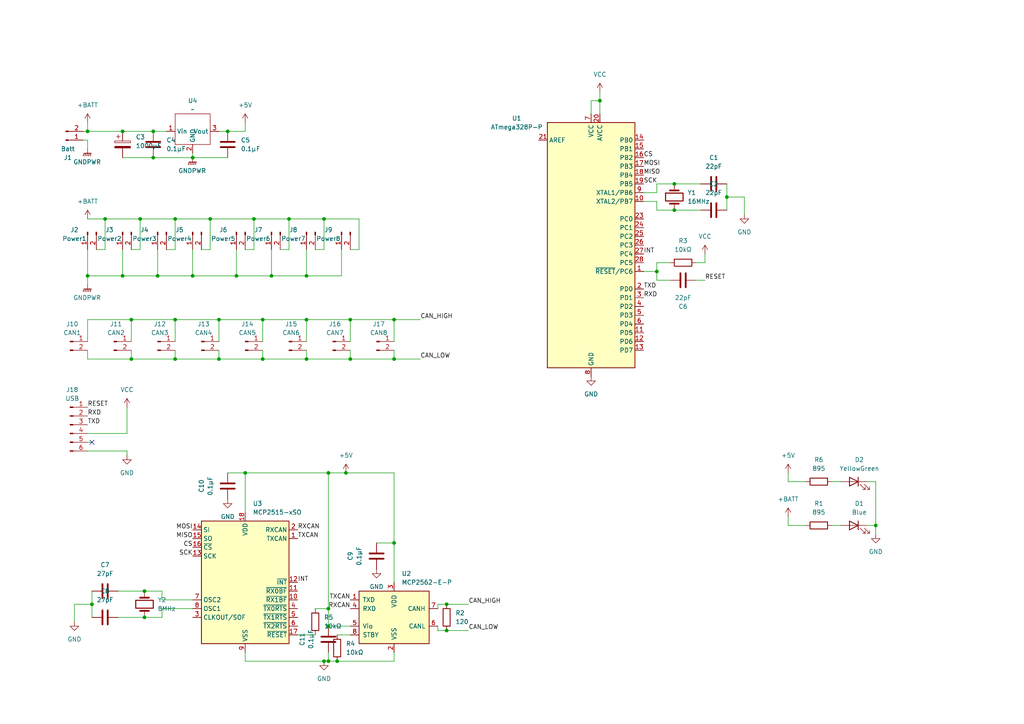
<source format=kicad_sch>
(kicad_sch (version 20231120) (generator "eeschema") (generator_version "8.0")
  (paper "A4")
  (lib_symbols
    (symbol "00_NIT_Hakodate_LIB:+5V" (power) (pin_names (offset 0))
      (property "Value" "+5V" (at 0 3.556 0))
      (symbol "+5V_0_1"
        (polyline (pts (xy -0.762 1.27) (xy 0 2.54)))
        (polyline (pts (xy 0 0) (xy 0 2.54)))
        (polyline (pts (xy 0 2.54) (xy 0.762 1.27)))
      )
      (symbol "+5V_1_1"
        (pin power_in line (at 0 0 90) (length 0) hide (name "+5V") (number "1"))
      )
    )
    (symbol "00_NIT_Hakodate_LIB:+BATT" (power) (pin_names (offset 0))
      (property "Value" "+BATT" (at 0 3.556 0))
      (symbol "+BATT_0_1"
        (polyline (pts (xy -0.762 1.27) (xy 0 2.54)))
        (polyline (pts (xy 0 0) (xy 0 2.54)))
        (polyline (pts (xy 0 2.54) (xy 0.762 1.27)))
      )
      (symbol "+BATT_1_1"
        (pin power_in line (at 0 0 90) (length 0) hide (name "+BATT") (number "1"))
      )
    )
    (symbol "00_NIT_Hakodate_LIB:GND" (power) (pin_names (offset 0))
      (property "Value" "GND" (at 0 -3.81 0))
      (symbol "GND_0_1"
        (polyline (pts (xy 0 0) (xy 0 -1.27) (xy 1.27 -1.27) (xy 0 -2.54) (xy -1.27 -1.27) (xy 0 -1.27)))
      )
      (symbol "GND_1_1"
        (pin power_in line (at 0 0 270) (length 0) hide (name "GND") (number "1"))
      )
    )
    (symbol "00_NIT_Hakodate_LIB:GNDPWR" (power) (pin_names (offset 0))
      (property "Value" "GNDPWR" (at 0 -3.302 0))
      (symbol "GNDPWR_0_1"
        (polyline (pts (xy 0 -1.27) (xy 0 0)))
        (polyline (pts (xy -1.016 -1.27) (xy -1.27 -2.032) (xy -1.27 -2.032)) (stroke (width 0.2032)))
        (polyline (pts (xy -0.508 -1.27) (xy -0.762 -2.032) (xy -0.762 -2.032)) (stroke (width 0.2032)))
        (polyline (pts (xy 0 -1.27) (xy -0.254 -2.032) (xy -0.254 -2.032)) (stroke (width 0.2032)))
        (polyline (pts (xy 0.508 -1.27) (xy 0.254 -2.032) (xy 0.254 -2.032)) (stroke (width 0.2032)))
        (polyline (pts (xy 1.016 -1.27) (xy -1.016 -1.27) (xy -1.016 -1.27)) (stroke (width 0.2032)))
        (polyline (pts (xy 1.016 -1.27) (xy 0.762 -2.032) (xy 0.762 -2.032) (xy 0.762 -2.032)) (stroke (width 0.2032)))
      )
      (symbol "GNDPWR_1_1"
        (pin power_in line (at 0 0 270) (length 0) hide (name "GNDPWR") (number "1"))
      )
    )
    (symbol "00_NIT_Hakodate_LIB:LED" (pin_numbers hide) (pin_names (offset 1.016) hide)
      (property "Reference" "D" (at 0 2.54 0))
      (property "Value" "LED" (at 0 -2.54 0))
      (symbol "LED_0_1"
        (polyline (pts (xy -1.27 -1.27) (xy -1.27 1.27)) (stroke (width 0.254)))
        (polyline (pts (xy -1.27 0) (xy 1.27 0)))
        (polyline (pts (xy 1.27 -1.27) (xy 1.27 1.27) (xy -1.27 0) (xy 1.27 -1.27)) (stroke (width 0.254)))
        (polyline (pts (xy -3.048 -0.762) (xy -4.572 -2.286) (xy -3.81 -2.286) (xy -4.572 -2.286) (xy -4.572 -1.524)))
        (polyline (pts (xy -1.778 -0.762) (xy -3.302 -2.286) (xy -2.54 -2.286) (xy -3.302 -2.286) (xy -3.302 -1.524)))
      )
      (symbol "LED_1_1"
        (pin passive line (at -3.81 0 0) (length 2.54) (name "K") (number "1"))
        (pin passive line (at 3.81 0 180) (length 2.54) (name "A") (number "2"))
      )
    )
    (symbol "00_NIT_Hakodate_LIB:VCC" (power) (pin_names (offset 0))
      (property "Value" "VCC" (at 0 3.81 0))
      (symbol "VCC_0_1"
        (polyline (pts (xy -0.762 1.27) (xy 0 2.54)))
        (polyline (pts (xy 0 0) (xy 0 2.54)))
        (polyline (pts (xy 0 2.54) (xy 0.762 1.27)))
      )
      (symbol "VCC_1_1"
        (pin power_in line (at 0 0 90) (length 0) hide (name "VCC") (number "1"))
      )
    )
    (symbol "Connector:Conn_01x02_Pin" (pin_names (offset 1.016) hide)
      (property "Reference" "J" (at 0 2.54 0))
      (property "Value" "Conn_01x02_Pin" (at 0 -5.08 0))
      (symbol "Conn_01x02_Pin_1_1"
        (polyline (pts (xy 1.27 -2.54) (xy 0.8636 -2.54)) (stroke (width 0.1524)))
        (polyline (pts (xy 1.27 0) (xy 0.8636 0)) (stroke (width 0.1524)))
        (rectangle (start 0.8636 -2.413) (end 0 -2.667) (stroke (width 0.1524)) (fill (type outline)))
        (rectangle (start 0.8636 0.127) (end 0 -0.127) (stroke (width 0.1524)) (fill (type outline)))
        (pin passive line (at 5.08 0 180) (length 3.81) (name "Pin_1") (number "1"))
        (pin passive line (at 5.08 -2.54 180) (length 3.81) (name "Pin_2") (number "2"))
      )
    )
    (symbol "Connector:Conn_01x06_Pin" (pin_names (offset 1.016) hide)
      (property "Reference" "J" (at 0 7.62 0))
      (property "Value" "Conn_01x06_Pin" (at 0 -10.16 0))
      (symbol "Conn_01x06_Pin_1_1"
        (polyline (pts (xy 1.27 -7.62) (xy 0.8636 -7.62)) (stroke (width 0.1524)))
        (polyline (pts (xy 1.27 -5.08) (xy 0.8636 -5.08)) (stroke (width 0.1524)))
        (polyline (pts (xy 1.27 -2.54) (xy 0.8636 -2.54)) (stroke (width 0.1524)))
        (polyline (pts (xy 1.27 0) (xy 0.8636 0)) (stroke (width 0.1524)))
        (polyline (pts (xy 1.27 2.54) (xy 0.8636 2.54)) (stroke (width 0.1524)))
        (polyline (pts (xy 1.27 5.08) (xy 0.8636 5.08)) (stroke (width 0.1524)))
        (rectangle (start 0.8636 -7.493) (end 0 -7.747) (stroke (width 0.1524)) (fill (type outline)))
        (rectangle (start 0.8636 -4.953) (end 0 -5.207) (stroke (width 0.1524)) (fill (type outline)))
        (rectangle (start 0.8636 -2.413) (end 0 -2.667) (stroke (width 0.1524)) (fill (type outline)))
        (rectangle (start 0.8636 0.127) (end 0 -0.127) (stroke (width 0.1524)) (fill (type outline)))
        (rectangle (start 0.8636 2.667) (end 0 2.413) (stroke (width 0.1524)) (fill (type outline)))
        (rectangle (start 0.8636 5.207) (end 0 4.953) (stroke (width 0.1524)) (fill (type outline)))
        (pin passive line (at 5.08 5.08 180) (length 3.81) (name "Pin_1") (number "1"))
        (pin passive line (at 5.08 2.54 180) (length 3.81) (name "Pin_2") (number "2"))
        (pin passive line (at 5.08 0 180) (length 3.81) (name "Pin_3") (number "3"))
        (pin passive line (at 5.08 -2.54 180) (length 3.81) (name "Pin_4") (number "4"))
        (pin passive line (at 5.08 -5.08 180) (length 3.81) (name "Pin_5") (number "5"))
        (pin passive line (at 5.08 -7.62 180) (length 3.81) (name "Pin_6") (number "6"))
      )
    )
    (symbol "Device:C" (pin_numbers hide) (pin_names (offset 0.254))
      (property "Reference" "C" (at 0.635 2.54 0))
      (property "Value" "C" (at 0.635 -2.54 0))
      (symbol "C_0_1"
        (polyline (pts (xy -2.032 -0.762) (xy 2.032 -0.762)) (stroke (width 0.508)))
        (polyline (pts (xy -2.032 0.762) (xy 2.032 0.762)) (stroke (width 0.508)))
      )
      (symbol "C_1_1"
        (pin passive line (at 0 3.81 270) (length 2.794) (name "~") (number "1"))
        (pin passive line (at 0 -3.81 90) (length 2.794) (name "~") (number "2"))
      )
    )
    (symbol "Device:C_Polarized" (pin_numbers hide) (pin_names (offset 0.254))
      (property "Reference" "C" (at 0.635 2.54 0))
      (property "Value" "C_Polarized" (at 0.635 -2.54 0))
      (symbol "C_Polarized_0_1"
        (rectangle (start -2.286 0.508) (end 2.286 1.016))
        (polyline (pts (xy -1.778 2.286) (xy -0.762 2.286)))
        (polyline (pts (xy -1.27 2.794) (xy -1.27 1.778)))
        (rectangle (start 2.286 -0.508) (end -2.286 -1.016) (fill (type outline)))
      )
      (symbol "C_Polarized_1_1"
        (pin passive line (at 0 3.81 270) (length 2.794) (name "~") (number "1"))
        (pin passive line (at 0 -3.81 90) (length 2.794) (name "~") (number "2"))
      )
    )
    (symbol "Device:Crystal" (pin_numbers hide) (pin_names (offset 1.016) hide)
      (property "Reference" "Y" (at 0 3.81 0))
      (property "Value" "Crystal" (at 0 -3.81 0))
      (symbol "Crystal_0_1"
        (rectangle (start -1.143 2.54) (end 1.143 -2.54) (stroke (width 0.3048)))
        (polyline (pts (xy -2.54 0) (xy -1.905 0)))
        (polyline (pts (xy -1.905 -1.27) (xy -1.905 1.27)) (stroke (width 0.508)))
        (polyline (pts (xy 1.905 -1.27) (xy 1.905 1.27)) (stroke (width 0.508)))
        (polyline (pts (xy 2.54 0) (xy 1.905 0)))
      )
      (symbol "Crystal_1_1"
        (pin passive line (at -3.81 0 0) (length 1.27) (name "1") (number "1"))
        (pin passive line (at 3.81 0 180) (length 1.27) (name "2") (number "2"))
      )
    )
    (symbol "Device:R" (pin_numbers hide) (pin_names (offset 0))
      (property "Reference" "R" (at 2.032 0 90))
      (property "Value" "R" (at 0 0 90))
      (symbol "R_0_1"
        (rectangle (start -1.016 -2.54) (end 1.016 2.54) (stroke (width 0.254)))
      )
      (symbol "R_1_1"
        (pin passive line (at 0 3.81 270) (length 1.27) (name "~") (number "1"))
        (pin passive line (at 0 -3.81 90) (length 1.27) (name "~") (number "2"))
      )
    )
    (symbol "Interface_CAN_LIN:MCP2515-xSO"
      (property "Reference" "U" (at -10.16 19.685 0))
      (property "Value" "MCP2515-xSO" (at 19.05 20.32 0))
      (symbol "MCP2515-xSO_0_1"
        (rectangle (start -12.7 17.78) (end 12.7 -17.78) (stroke (width 0.254)) (fill (type background)))
      )
      (symbol "MCP2515-xSO_1_1"
        (pin output line (at 15.24 12.7 180) (length 2.54) (name "TXCAN") (number "1"))
        (pin output line (at 15.24 -5.08 180) (length 2.54) (name "~{RX1BF}") (number "10"))
        (pin output line (at 15.24 -2.54 180) (length 2.54) (name "~{RX0BF}") (number "11"))
        (pin output line (at 15.24 0 180) (length 2.54) (name "~{INT}") (number "12"))
        (pin input line (at -15.24 7.62 0) (length 2.54) (name "SCK") (number "13"))
        (pin input line (at -15.24 15.24 0) (length 2.54) (name "SI") (number "14"))
        (pin output line (at -15.24 12.7 0) (length 2.54) (name "SO") (number "15"))
        (pin input line (at -15.24 10.16 0) (length 2.54) (name "~{CS}") (number "16"))
        (pin input line (at 15.24 -15.24 180) (length 2.54) (name "~{RESET}") (number "17"))
        (pin power_in line (at 0 20.32 270) (length 2.54) (name "VDD") (number "18"))
        (pin input line (at 15.24 15.24 180) (length 2.54) (name "RXCAN") (number "2"))
        (pin output line (at -15.24 -10.16 0) (length 2.54) (name "CLKOUT/SOF") (number "3"))
        (pin input line (at 15.24 -7.62 180) (length 2.54) (name "~{TX0RTS}") (number "4"))
        (pin input line (at 15.24 -10.16 180) (length 2.54) (name "~{TX1RTS}") (number "5"))
        (pin input line (at 15.24 -12.7 180) (length 2.54) (name "~{TX2RTS}") (number "6"))
        (pin output line (at -15.24 -5.08 0) (length 2.54) (name "OSC2") (number "7"))
        (pin input line (at -15.24 -7.62 0) (length 2.54) (name "OSC1") (number "8"))
        (pin power_in line (at 0 -20.32 90) (length 2.54) (name "VSS") (number "9"))
      )
    )
    (symbol "Interface_CAN_LIN:MCP2562-E-P" (pin_names (offset 1.016))
      (property "Reference" "U" (at -10.16 8.89 0))
      (property "Value" "MCP2562-E-P" (at 2.54 8.89 0))
      (symbol "MCP2562-E-P_0_1"
        (rectangle (start -10.16 7.62) (end 10.16 -7.62) (stroke (width 0.254)) (fill (type background)))
      )
      (symbol "MCP2562-E-P_1_1"
        (pin input line (at -12.7 5.08 0) (length 2.54) (name "TXD") (number "1"))
        (pin power_in line (at 0 -10.16 90) (length 2.54) (name "VSS") (number "2"))
        (pin power_in line (at 0 10.16 270) (length 2.54) (name "VDD") (number "3"))
        (pin output line (at -12.7 2.54 0) (length 2.54) (name "RXD") (number "4"))
        (pin power_in line (at -12.7 -2.54 0) (length 2.54) (name "Vio") (number "5"))
        (pin bidirectional line (at 12.7 -2.54 180) (length 2.54) (name "CANL") (number "6"))
        (pin bidirectional line (at 12.7 2.54 180) (length 2.54) (name "CANH") (number "7"))
        (pin input line (at -12.7 -5.08 0) (length 2.54) (name "STBY") (number "8"))
      )
    )
    (symbol "M78AR:m78ar033-1"
      (property "Reference" "U" (at -5.08 0 90))
      (symbol "m78ar033-1_0_1"
        (rectangle (start -5.08 2.54) (end 5.08 11.43))
      )
      (symbol "m78ar033-1_1_1"
        (pin input line (at -7.62 6.35 0) (length 2.54) (name "Vin") (number "1"))
        (pin bidirectional line (at 0 0 90) (length 2.54) (name "GND") (number "2"))
        (pin output line (at 7.62 6.35 180) (length 2.54) (name "Vout") (number "3"))
      )
    )
    (symbol "MCU_Microchip_ATmega:ATmega328P-P"
      (property "Reference" "U" (at -12.7 36.83 0))
      (property "Value" "ATmega328P-P" (at 2.54 -36.83 0))
      (symbol "ATmega328P-P_0_1"
        (rectangle (start -12.7 -35.56) (end 12.7 35.56) (stroke (width 0.254)) (fill (type background)))
      )
      (symbol "ATmega328P-P_1_1"
        (pin bidirectional line (at 15.24 -7.62 180) (length 2.54) (name "~{RESET}/PC6") (number "1"))
        (pin bidirectional line (at 15.24 12.7 180) (length 2.54) (name "XTAL2/PB7") (number "10"))
        (pin bidirectional line (at 15.24 -25.4 180) (length 2.54) (name "PD5") (number "11"))
        (pin bidirectional line (at 15.24 -27.94 180) (length 2.54) (name "PD6") (number "12"))
        (pin bidirectional line (at 15.24 -30.48 180) (length 2.54) (name "PD7") (number "13"))
        (pin bidirectional line (at 15.24 30.48 180) (length 2.54) (name "PB0") (number "14"))
        (pin bidirectional line (at 15.24 27.94 180) (length 2.54) (name "PB1") (number "15"))
        (pin bidirectional line (at 15.24 25.4 180) (length 2.54) (name "PB2") (number "16"))
        (pin bidirectional line (at 15.24 22.86 180) (length 2.54) (name "PB3") (number "17"))
        (pin bidirectional line (at 15.24 20.32 180) (length 2.54) (name "PB4") (number "18"))
        (pin bidirectional line (at 15.24 17.78 180) (length 2.54) (name "PB5") (number "19"))
        (pin bidirectional line (at 15.24 -12.7 180) (length 2.54) (name "PD0") (number "2"))
        (pin power_in line (at 2.54 38.1 270) (length 2.54) (name "AVCC") (number "20"))
        (pin passive line (at -15.24 30.48 0) (length 2.54) (name "AREF") (number "21"))
        (pin passive line (at 0 -38.1 90) (length 2.54) hide (name "GND") (number "22"))
        (pin bidirectional line (at 15.24 7.62 180) (length 2.54) (name "PC0") (number "23"))
        (pin bidirectional line (at 15.24 5.08 180) (length 2.54) (name "PC1") (number "24"))
        (pin bidirectional line (at 15.24 2.54 180) (length 2.54) (name "PC2") (number "25"))
        (pin bidirectional line (at 15.24 0 180) (length 2.54) (name "PC3") (number "26"))
        (pin bidirectional line (at 15.24 -2.54 180) (length 2.54) (name "PC4") (number "27"))
        (pin bidirectional line (at 15.24 -5.08 180) (length 2.54) (name "PC5") (number "28"))
        (pin bidirectional line (at 15.24 -15.24 180) (length 2.54) (name "PD1") (number "3"))
        (pin bidirectional line (at 15.24 -17.78 180) (length 2.54) (name "PD2") (number "4"))
        (pin bidirectional line (at 15.24 -20.32 180) (length 2.54) (name "PD3") (number "5"))
        (pin bidirectional line (at 15.24 -22.86 180) (length 2.54) (name "PD4") (number "6"))
        (pin power_in line (at 0 38.1 270) (length 2.54) (name "VCC") (number "7"))
        (pin power_in line (at 0 -38.1 90) (length 2.54) (name "GND") (number "8"))
        (pin bidirectional line (at 15.24 15.24 180) (length 2.54) (name "XTAL1/PB6") (number "9"))
      )
    )
  )
  (junction (at 76.2 104.14))
  (junction (at 114.3 157.48))
  (junction (at 41.91 171.45))
  (junction (at 50.8 92.71))
  (junction (at 88.9 80.01))
  (junction (at 25.4 80.01))
  (junction (at 50.8 104.14))
  (junction (at 95.25 137.16))
  (junction (at 195.58 60.96))
  (junction (at 55.88 80.01))
  (junction (at 68.58 80.01))
  (junction (at 101.6 92.71))
  (junction (at 114.3 92.71))
  (junction (at 173.99 29.21))
  (junction (at 26.67 175.26))
  (junction (at 190.5 78.74))
  (junction (at 38.1 104.14))
  (junction (at 63.5 104.14))
  (junction (at 25.4 38.1))
  (junction (at 93.98 191.77))
  (junction (at 95.25 181.61))
  (junction (at 97.79 191.77))
  (junction (at 41.91 179.07))
  (junction (at 60.96 63.5))
  (junction (at 73.66 63.5))
  (junction (at 50.8 63.5))
  (junction (at 88.9 92.71))
  (junction (at 93.98 63.5))
  (junction (at 76.2 92.71))
  (junction (at 78.74 80.01))
  (junction (at 71.12 137.16))
  (junction (at 63.5 92.71))
  (junction (at 40.64 63.5))
  (junction (at 129.54 182.88))
  (junction (at 30.48 63.5))
  (junction (at 254 152.4))
  (junction (at 38.1 92.71))
  (junction (at 35.56 80.01))
  (junction (at 44.45 45.72))
  (junction (at 55.88 45.72))
  (junction (at 95.25 191.77))
  (junction (at 35.56 38.1))
  (junction (at 45.72 80.01))
  (junction (at 83.82 63.5))
  (junction (at 210.82 57.15))
  (junction (at 195.58 53.34))
  (junction (at 129.54 175.26))
  (junction (at 88.9 104.14))
  (junction (at 44.45 38.1))
  (junction (at 66.04 38.1))
  (junction (at 101.6 104.14))
  (junction (at 95.25 176.53))
  (junction (at 100.33 137.16))
  (junction (at 114.3 104.14))
  (no_connect (at 26.67 128.27))
  (wire (pts (xy 63.5 38.1) (xy 66.04 38.1)))
  (wire (pts (xy 91.44 72.39) (xy 93.98 72.39)))
  (wire (pts (xy 121.92 92.71) (xy 114.3 92.71)))
  (wire (pts (xy 50.8 63.5) (xy 40.64 63.5)))
  (wire (pts (xy 55.88 45.72) (xy 66.04 45.72)))
  (wire (pts (xy 93.98 191.77) (xy 71.12 191.77)))
  (wire (pts (xy 241.3 139.7) (xy 243.84 139.7)))
  (wire (pts (xy 36.83 130.81) (xy 36.83 132.08)))
  (wire (pts (xy 88.9 92.71) (xy 101.6 92.71)))
  (wire (pts (xy 63.5 99.06) (xy 63.5 92.71)))
  (wire (pts (xy 25.4 72.39) (xy 25.4 80.01)))
  (wire (pts (xy 97.79 191.77) (xy 95.25 191.77)))
  (wire (pts (xy 190.5 78.74) (xy 186.69 78.74)))
  (wire (pts (xy 76.2 101.6) (xy 76.2 104.14)))
  (wire (pts (xy 186.69 58.42) (xy 190.5 58.42)))
  (wire (pts (xy 60.96 63.5) (xy 50.8 63.5)))
  (wire (pts (xy 210.82 53.34) (xy 210.82 57.15)))
  (wire (pts (xy 26.67 171.45) (xy 26.67 175.26)))
  (wire (pts (xy 254 139.7) (xy 254 152.4)))
  (wire (pts (xy 104.14 63.5) (xy 93.98 63.5)))
  (wire (pts (xy 233.68 152.4) (xy 228.6 152.4)))
  (wire (pts (xy 228.6 152.4) (xy 228.6 149.86)))
  (wire (pts (xy 66.04 137.16) (xy 71.12 137.16)))
  (wire (pts (xy 63.5 101.6) (xy 63.5 104.14)))
  (wire (pts (xy 71.12 137.16) (xy 95.25 137.16)))
  (wire (pts (xy 241.3 152.4) (xy 243.84 152.4)))
  (wire (pts (xy 35.56 80.01) (xy 25.4 80.01)))
  (wire (pts (xy 55.88 44.45) (xy 55.88 45.72)))
  (wire (pts (xy 55.88 176.53) (xy 46.99 176.53)))
  (wire (pts (xy 195.58 60.96) (xy 203.2 60.96)))
  (wire (pts (xy 127 182.88) (xy 129.54 182.88)))
  (wire (pts (xy 101.6 92.71) (xy 114.3 92.71)))
  (wire (pts (xy 201.93 81.28) (xy 204.47 81.28)))
  (wire (pts (xy 71.12 35.56) (xy 71.12 38.1)))
  (wire (pts (xy 44.45 38.1) (xy 48.26 38.1)))
  (wire (pts (xy 114.3 189.23) (xy 114.3 191.77)))
  (wire (pts (xy 190.5 58.42) (xy 190.5 60.96)))
  (wire (pts (xy 194.31 81.28) (xy 190.5 81.28)))
  (wire (pts (xy 30.48 72.39) (xy 30.48 63.5)))
  (wire (pts (xy 104.14 72.39) (xy 104.14 63.5)))
  (wire (pts (xy 21.59 175.26) (xy 26.67 175.26)))
  (wire (pts (xy 71.12 72.39) (xy 73.66 72.39)))
  (wire (pts (xy 73.66 72.39) (xy 73.66 63.5)))
  (wire (pts (xy 38.1 72.39) (xy 40.64 72.39)))
  (wire (pts (xy 101.6 104.14) (xy 114.3 104.14)))
  (wire (pts (xy 45.72 72.39) (xy 45.72 80.01)))
  (wire (pts (xy 38.1 92.71) (xy 50.8 92.71)))
  (wire (pts (xy 25.4 101.6) (xy 25.4 104.14)))
  (wire (pts (xy 25.4 125.73) (xy 36.83 125.73)))
  (wire (pts (xy 63.5 104.14) (xy 76.2 104.14)))
  (wire (pts (xy 129.54 175.26) (xy 135.89 175.26)))
  (wire (pts (xy 76.2 104.14) (xy 88.9 104.14)))
  (wire (pts (xy 46.99 179.07) (xy 41.91 179.07)))
  (wire (pts (xy 25.4 104.14) (xy 38.1 104.14)))
  (wire (pts (xy 66.04 38.1) (xy 71.12 38.1)))
  (wire (pts (xy 190.5 53.34) (xy 195.58 53.34)))
  (wire (pts (xy 68.58 72.39) (xy 68.58 80.01)))
  (wire (pts (xy 109.22 157.48) (xy 114.3 157.48)))
  (wire (pts (xy 99.06 72.39) (xy 99.06 80.01)))
  (wire (pts (xy 86.36 184.15) (xy 91.44 184.15)))
  (wire (pts (xy 35.56 72.39) (xy 35.56 80.01)))
  (wire (pts (xy 25.4 130.81) (xy 36.83 130.81)))
  (wire (pts (xy 78.74 72.39) (xy 78.74 80.01)))
  (wire (pts (xy 25.4 80.01) (xy 25.4 82.55)))
  (wire (pts (xy 210.82 57.15) (xy 210.82 60.96)))
  (wire (pts (xy 114.3 92.71) (xy 114.3 99.06)))
  (wire (pts (xy 215.9 57.15) (xy 210.82 57.15)))
  (wire (pts (xy 55.88 173.99) (xy 46.99 173.99)))
  (wire (pts (xy 251.46 139.7) (xy 254 139.7)))
  (wire (pts (xy 101.6 101.6) (xy 101.6 104.14)))
  (wire (pts (xy 251.46 152.4) (xy 254 152.4)))
  (wire (pts (xy 95.25 189.23) (xy 95.25 191.77)))
  (wire (pts (xy 63.5 92.71) (xy 76.2 92.71)))
  (wire (pts (xy 38.1 104.14) (xy 50.8 104.14)))
  (wire (pts (xy 35.56 45.72) (xy 44.45 45.72)))
  (wire (pts (xy 195.58 53.34) (xy 203.2 53.34)))
  (wire (pts (xy 129.54 182.88) (xy 135.89 182.88)))
  (wire (pts (xy 50.8 72.39) (xy 50.8 63.5)))
  (wire (pts (xy 44.45 45.72) (xy 55.88 45.72)))
  (wire (pts (xy 26.67 175.26) (xy 26.67 179.07)))
  (wire (pts (xy 50.8 99.06) (xy 50.8 92.71)))
  (wire (pts (xy 73.66 63.5) (xy 60.96 63.5)))
  (wire (pts (xy 114.3 168.91) (xy 114.3 157.48)))
  (wire (pts (xy 97.79 184.15) (xy 101.6 184.15)))
  (wire (pts (xy 127 176.53) (xy 127 175.26)))
  (wire (pts (xy 83.82 72.39) (xy 83.82 63.5)))
  (wire (pts (xy 83.82 63.5) (xy 73.66 63.5)))
  (wire (pts (xy 190.5 55.88) (xy 190.5 53.34)))
  (wire (pts (xy 50.8 101.6) (xy 50.8 104.14)))
  (wire (pts (xy 35.56 38.1) (xy 44.45 38.1)))
  (wire (pts (xy 55.88 72.39) (xy 55.88 80.01)))
  (wire (pts (xy 41.91 179.07) (xy 34.29 179.07)))
  (wire (pts (xy 88.9 72.39) (xy 88.9 80.01)))
  (wire (pts (xy 194.31 76.2) (xy 190.5 76.2)))
  (wire (pts (xy 228.6 139.7) (xy 228.6 137.16)))
  (wire (pts (xy 25.4 38.1) (xy 35.56 38.1)))
  (wire (pts (xy 93.98 63.5) (xy 83.82 63.5)))
  (wire (pts (xy 254 152.4) (xy 254 154.94)))
  (wire (pts (xy 171.45 33.02) (xy 171.45 29.21)))
  (wire (pts (xy 76.2 99.06) (xy 76.2 92.71)))
  (wire (pts (xy 101.6 99.06) (xy 101.6 92.71)))
  (wire (pts (xy 173.99 26.67) (xy 173.99 29.21)))
  (wire (pts (xy 233.68 139.7) (xy 228.6 139.7)))
  (wire (pts (xy 25.4 38.1) (xy 25.4 35.56)))
  (wire (pts (xy 38.1 99.06) (xy 38.1 92.71)))
  (wire (pts (xy 27.94 72.39) (xy 30.48 72.39)))
  (wire (pts (xy 95.25 191.77) (xy 93.98 191.77)))
  (wire (pts (xy 81.28 72.39) (xy 83.82 72.39)))
  (wire (pts (xy 93.98 72.39) (xy 93.98 63.5)))
  (wire (pts (xy 88.9 99.06) (xy 88.9 92.71)))
  (wire (pts (xy 68.58 80.01) (xy 55.88 80.01)))
  (wire (pts (xy 40.64 63.5) (xy 30.48 63.5)))
  (wire (pts (xy 40.64 72.39) (xy 40.64 63.5)))
  (wire (pts (xy 38.1 101.6) (xy 38.1 104.14)))
  (wire (pts (xy 41.91 171.45) (xy 34.29 171.45)))
  (wire (pts (xy 30.48 63.5) (xy 25.4 63.5)))
  (wire (pts (xy 95.25 176.53) (xy 95.25 137.16)))
  (wire (pts (xy 25.4 40.64) (xy 25.4 43.18)))
  (wire (pts (xy 186.69 55.88) (xy 190.5 55.88)))
  (wire (pts (xy 60.96 72.39) (xy 60.96 63.5)))
  (wire (pts (xy 50.8 92.71) (xy 63.5 92.71)))
  (wire (pts (xy 58.42 72.39) (xy 60.96 72.39)))
  (wire (pts (xy 114.3 191.77) (xy 97.79 191.77)))
  (wire (pts (xy 190.5 81.28) (xy 190.5 78.74)))
  (wire (pts (xy 88.9 104.14) (xy 101.6 104.14)))
  (wire (pts (xy 91.44 176.53) (xy 95.25 176.53)))
  (wire (pts (xy 95.25 181.61) (xy 95.25 176.53)))
  (wire (pts (xy 50.8 104.14) (xy 63.5 104.14)))
  (wire (pts (xy 88.9 80.01) (xy 78.74 80.01)))
  (wire (pts (xy 21.59 180.34) (xy 21.59 175.26)))
  (wire (pts (xy 101.6 72.39) (xy 104.14 72.39)))
  (wire (pts (xy 204.47 76.2) (xy 204.47 73.66)))
  (wire (pts (xy 46.99 173.99) (xy 46.99 171.45)))
  (wire (pts (xy 190.5 60.96) (xy 195.58 60.96)))
  (wire (pts (xy 24.13 40.64) (xy 25.4 40.64)))
  (wire (pts (xy 190.5 76.2) (xy 190.5 78.74)))
  (wire (pts (xy 36.83 125.73) (xy 36.83 118.11)))
  (wire (pts (xy 68.58 80.01) (xy 78.74 80.01)))
  (wire (pts (xy 24.13 38.1) (xy 25.4 38.1)))
  (wire (pts (xy 171.45 29.21) (xy 173.99 29.21)))
  (wire (pts (xy 173.99 29.21) (xy 173.99 33.02)))
  (wire (pts (xy 127 175.26) (xy 129.54 175.26)))
  (wire (pts (xy 114.3 101.6) (xy 114.3 104.14)))
  (wire (pts (xy 25.4 92.71) (xy 38.1 92.71)))
  (wire (pts (xy 25.4 99.06) (xy 25.4 92.71)))
  (wire (pts (xy 46.99 176.53) (xy 46.99 179.07)))
  (wire (pts (xy 46.99 171.45) (xy 41.91 171.45)))
  (wire (pts (xy 71.12 148.59) (xy 71.12 137.16)))
  (wire (pts (xy 76.2 92.71) (xy 88.9 92.71)))
  (wire (pts (xy 95.25 137.16) (xy 100.33 137.16)))
  (wire (pts (xy 114.3 157.48) (xy 114.3 137.16)))
  (wire (pts (xy 45.72 80.01) (xy 35.56 80.01)))
  (wire (pts (xy 48.26 72.39) (xy 50.8 72.39)))
  (wire (pts (xy 114.3 104.14) (xy 121.92 104.14)))
  (wire (pts (xy 215.9 62.23) (xy 215.9 57.15)))
  (wire (pts (xy 201.93 76.2) (xy 204.47 76.2)))
  (wire (pts (xy 88.9 101.6) (xy 88.9 104.14)))
  (wire (pts (xy 71.12 191.77) (xy 71.12 189.23)))
  (wire (pts (xy 99.06 80.01) (xy 88.9 80.01)))
  (wire (pts (xy 114.3 137.16) (xy 100.33 137.16)))
  (wire (pts (xy 127 181.61) (xy 127 182.88)))
  (wire (pts (xy 25.4 128.27) (xy 26.67 128.27)))
  (wire (pts (xy 55.88 80.01) (xy 45.72 80.01)))
  (wire (pts (xy 101.6 181.61) (xy 95.25 181.61)))
  (label "CS" (at 55.88 158.75 180))
  (label "TXD" (at 186.69 83.82 0))
  (label "INT" (at 186.69 73.66 0))
  (label "RXCAN" (at 86.36 153.67 0))
  (label "CAN_HIGH" (at 135.89 175.26 0))
  (label "RXD" (at 186.69 86.36 0))
  (label "TXCAN" (at 86.36 156.21 0))
  (label "CAN_LOW" (at 135.89 182.88 0))
  (label "RXD" (at 25.4 120.65 0))
  (label "MISO" (at 186.69 50.8 0))
  (label "MOSI" (at 55.88 153.67 180))
  (label "RESET" (at 204.47 81.28 0))
  (label "CS" (at 186.69 45.72 0))
  (label "SCK" (at 186.69 53.34 0))
  (label "TXD" (at 25.4 123.19 0))
  (label "MOSI" (at 186.69 48.26 0))
  (label "RESET" (at 25.4 118.11 0))
  (label "CAN_HIGH" (at 121.92 92.71 0))
  (label "TXCAN" (at 101.6 173.99 180))
  (label "INT" (at 86.36 168.91 0))
  (label "RXCAN" (at 101.6 176.53 180))
  (label "MISO" (at 55.88 156.21 180))
  (label "SCK" (at 55.88 161.29 180))
  (label "CAN_LOW" (at 121.92 104.14 0))
  (symbol (lib_id "00_NIT_Hakodate_LIB:GND") (at 66.04 144.78 0) (unit 1)
    (property "Reference" "#PWR17" (effects (hide yes)))
    (property "Value" "GND" (at 66.04 149.86 0))
    (property "Description" "Power symbol creates a global label with name \"GND\" , ground" (effects (hide yes)))
  )
  (symbol (lib_id "Interface_CAN_LIN:MCP2515-xSO") (at 71.12 168.91 0) (unit 1)
    (property "Reference" "U3" (at 73.3141 146.05 0) (effects (justify left)))
    (property "Value" "MCP2515-xSO" (at 73.3141 148.59 0) (effects (justify left)))
    (property "Footprint" "Package_DIP:DIP-18_W7.62mm" (effects (hide yes)))
    (property "Datasheet" "http://ww1.microchip.com/downloads/en/DeviceDoc/21801e.pdf" (effects (hide yes)))
    (property "Description" "Stand-Alone CAN Controller with SPI Interface, SOIC-18" (effects (hide yes)))
  )
  (symbol (lib_id "Connector:Conn_01x02_Pin") (at 99.06 67.31 90) (mirror x) (unit 1)
    (property "Reference" "J9" (at 95.25 66.675 90))
    (property "Value" "Power8" (at 95.25 69.215 90))
    (property "Footprint" "Connector_AMASS:AMASS_XT30U-F_1x02_P5.0mm_Vertical" (effects (hide yes)))
    (property "Description" "Generic connector, single row, 01x02, script generated" (effects (hide yes)))
  )
  (symbol (lib_id "00_NIT_Hakodate_LIB:GND") (at 109.22 165.1 0) (unit 1)
    (property "Reference" "#PWR18" (effects (hide yes)))
    (property "Value" "GND" (at 109.22 170.18 0))
    (property "Description" "Power symbol creates a global label with name \"GND\" , ground" (effects (hide yes)))
  )
  (symbol (lib_id "00_NIT_Hakodate_LIB:GND") (at 254 154.94 0) (unit 1)
    (property "Reference" "#PWR9" (effects (hide yes)))
    (property "Value" "GND" (at 254 160.02 0))
    (property "Description" "Power symbol creates a global label with name \"GND\" , ground" (effects (hide yes)))
  )
  (symbol (lib_id "Connector:Conn_01x02_Pin") (at 68.58 67.31 90) (mirror x) (unit 1)
    (property "Reference" "J6" (at 64.77 66.675 90))
    (property "Value" "Power5" (at 64.77 69.215 90))
    (property "Footprint" "Connector_AMASS:AMASS_XT30U-F_1x02_P5.0mm_Vertical" (effects (hide yes)))
    (property "Description" "Generic connector, single row, 01x02, script generated" (effects (hide yes)))
  )
  (symbol (lib_id "Connector:Conn_01x02_Pin") (at 45.72 99.06 0) (unit 1)
    (property "Reference" "J12" (at 46.355 93.98 0))
    (property "Value" "CAN3" (at 46.355 96.52 0))
    (property "Footprint" "Connector_JST:JST_XH_B2B-XH-A_1x02_P2.50mm_Vertical" (effects (hide yes)))
    (property "Description" "Generic connector, single row, 01x02, script generated" (effects (hide yes)))
  )
  (symbol (lib_id "00_NIT_Hakodate_LIB:GNDPWR") (at 25.4 43.18 0) (unit 1)
    (property "Reference" "#PWR3" (effects (hide yes)))
    (property "Value" "GNDPWR" (at 25.273 46.99 0))
    (property "Description" "Power symbol creates a global label with name \"GNDPWR\" , power ground" (effects (hide yes)))
  )
  (symbol (lib_id "Connector:Conn_01x02_Pin") (at 96.52 99.06 0) (unit 1)
    (property "Reference" "J16" (at 97.155 93.98 0))
    (property "Value" "CAN7" (at 97.155 96.52 0))
    (property "Footprint" "Connector_JST:JST_XH_B2B-XH-A_1x02_P2.50mm_Vertical" (effects (hide yes)))
    (property "Description" "Generic connector, single row, 01x02, script generated" (effects (hide yes)))
  )
  (symbol (lib_id "Device:C") (at 95.25 185.42 0) (mirror y) (unit 1)
    (property "Reference" "C11" (at 87.63 185.42 90))
    (property "Value" "0.1μF" (at 90.17 185.42 90))
    (property "Footprint" "Capacitor_THT:C_Disc_D3.0mm_W2.0mm_P2.50mm" (effects (hide yes)))
    (property "Description" "Unpolarized capacitor" (effects (hide yes)))
  )
  (symbol (lib_id "Device:C") (at 30.48 179.07 270) (mirror x) (unit 1)
    (property "Reference" "C8" (at 30.48 171.45 90))
    (property "Value" "27pF" (at 30.48 173.99 90))
    (property "Footprint" "Capacitor_THT:C_Disc_D3.0mm_W2.0mm_P2.50mm" (effects (hide yes)))
    (property "Description" "Unpolarized capacitor" (effects (hide yes)))
  )
  (symbol (lib_id "Connector:Conn_01x02_Pin") (at 109.22 99.06 0) (unit 1)
    (property "Reference" "J17" (at 109.855 93.98 0))
    (property "Value" "CAN8" (at 109.855 96.52 0))
    (property "Footprint" "Connector_JST:JST_XH_B2B-XH-A_1x02_P2.50mm_Vertical" (effects (hide yes)))
    (property "Description" "Generic connector, single row, 01x02, script generated" (effects (hide yes)))
  )
  (symbol (lib_id "00_NIT_Hakodate_LIB:GND") (at 93.98 191.77 0) (unit 1)
    (property "Reference" "#PWR19" (effects (hide yes)))
    (property "Value" "GND" (at 93.98 196.85 0))
    (property "Description" "Power symbol creates a global label with name \"GND\" , ground" (effects (hide yes)))
  )
  (symbol (lib_id "Device:R") (at 198.12 76.2 270) (unit 1)
    (property "Reference" "R3" (at 198.12 69.85 90))
    (property "Value" "10kΩ" (at 198.12 72.39 90))
    (property "Footprint" "Resistor_THT:R_Axial_DIN0207_L6.3mm_D2.5mm_P10.16mm_Horizontal" (effects (hide yes)))
    (property "Description" "Resistor" (effects (hide yes)))
  )
  (symbol (lib_id "00_NIT_Hakodate_LIB:VCC") (at 173.99 26.67 0) (unit 1)
    (property "Reference" "#PWR12" (effects (hide yes)))
    (property "Value" "VCC" (at 173.99 21.59 0))
    (property "Description" "Power symbol creates a global label with name \"VCC\"" (effects (hide yes)))
  )
  (symbol (lib_id "00_NIT_Hakodate_LIB:LED") (at 247.65 152.4 0) (mirror y) (unit 1)
    (property "Reference" "D1" (at 249.2375 146.05 0))
    (property "Value" "Blue" (at 249.2375 148.59 0))
    (property "Footprint" "LED_THT:LED_D3.0mm" (effects (hide yes)))
    (property "Description" "Light emitting diode" (effects (hide yes)))
  )
  (symbol (lib_id "00_NIT_Hakodate_LIB:GNDPWR") (at 25.4 82.55 0) (unit 1)
    (property "Reference" "#PWR6" (effects (hide yes)))
    (property "Value" "GNDPWR" (at 25.273 86.36 0))
    (property "Description" "Power symbol creates a global label with name \"GNDPWR\" , power ground" (effects (hide yes)))
  )
  (symbol (lib_id "Device:R") (at 91.44 180.34 180) (unit 1)
    (property "Reference" "R5" (at 93.98 179.0699 0) (effects (justify right)))
    (property "Value" "10kΩ" (at 93.98 181.6099 0) (effects (justify right)))
    (property "Footprint" "Resistor_THT:R_Axial_DIN0207_L6.3mm_D2.5mm_P10.16mm_Horizontal" (effects (hide yes)))
    (property "Description" "Resistor" (effects (hide yes)))
  )
  (symbol (lib_id "Connector:Conn_01x02_Pin") (at 20.32 99.06 0) (unit 1)
    (property "Reference" "J10" (at 20.955 93.98 0))
    (property "Value" "CAN1" (at 20.955 96.52 0))
    (property "Footprint" "Connector_JST:JST_XH_B2B-XH-A_1x02_P2.50mm_Vertical" (effects (hide yes)))
    (property "Description" "Generic connector, single row, 01x02, script generated" (effects (hide yes)))
  )
  (symbol (lib_id "Connector:Conn_01x02_Pin") (at 35.56 67.31 90) (mirror x) (unit 1)
    (property "Reference" "J3" (at 31.75 66.675 90))
    (property "Value" "Power2" (at 31.75 69.215 90))
    (property "Footprint" "Connector_AMASS:AMASS_XT30U-F_1x02_P5.0mm_Vertical" (effects (hide yes)))
    (property "Description" "Generic connector, single row, 01x02, script generated" (effects (hide yes)))
  )
  (symbol (lib_id "00_NIT_Hakodate_LIB:GND") (at 171.45 109.22 0) (unit 1)
    (property "Reference" "#PWR16" (effects (hide yes)))
    (property "Value" "GND" (at 171.45 114.3 0))
    (property "Description" "Power symbol creates a global label with name \"GND\" , ground" (effects (hide yes)))
  )
  (symbol (lib_id "Device:Crystal") (at 195.58 57.15 270) (unit 1)
    (property "Reference" "Y1" (at 199.39 55.8799 90) (effects (justify left)))
    (property "Value" "16MHz" (at 199.39 58.4199 90) (effects (justify left)))
    (property "Footprint" "Crystal:Crystal_HC49-4H_Vertical" (effects (hide yes)))
    (property "Description" "Two pin crystal" (effects (hide yes)))
  )
  (symbol (lib_id "Device:C") (at 109.22 161.29 0) (mirror y) (unit 1)
    (property "Reference" "C9" (at 101.6 161.29 90))
    (property "Value" "0.1μF" (at 104.14 161.29 90))
    (property "Footprint" "Capacitor_THT:C_Disc_D3.0mm_W2.0mm_P2.50mm" (effects (hide yes)))
    (property "Description" "Unpolarized capacitor" (effects (hide yes)))
  )
  (symbol (lib_id "Device:R") (at 237.49 139.7 270) (unit 1)
    (property "Reference" "R6" (at 237.49 133.35 90))
    (property "Value" "895" (at 237.49 135.89 90))
    (property "Footprint" "Resistor_THT:R_Axial_DIN0207_L6.3mm_D2.5mm_P10.16mm_Horizontal" (effects (hide yes)))
    (property "Description" "Resistor" (effects (hide yes)))
  )
  (symbol (lib_id "00_NIT_Hakodate_LIB:+5V") (at 228.6 137.16 0) (unit 1)
    (property "Reference" "#PWR20" (effects (hide yes)))
    (property "Value" "+5V" (at 228.6 132.08 0))
    (property "Description" "Power symbol creates a global label with name \"+5V\"" (effects (hide yes)))
  )
  (symbol (lib_id "Connector:Conn_01x02_Pin") (at 33.02 99.06 0) (unit 1)
    (property "Reference" "J11" (at 33.655 93.98 0))
    (property "Value" "CAN2" (at 33.655 96.52 0))
    (property "Footprint" "Connector_JST:JST_XH_B2B-XH-A_1x02_P2.50mm_Vertical" (effects (hide yes)))
    (property "Description" "Generic connector, single row, 01x02, script generated" (effects (hide yes)))
  )
  (symbol (lib_id "Connector:Conn_01x02_Pin") (at 19.05 40.64 0) (mirror x) (unit 1)
    (property "Reference" "J1" (at 19.685 45.72 0))
    (property "Value" "Batt" (at 19.685 43.18 0))
    (property "Footprint" "Connector_AMASS:AMASS_XT60-M_1x02_P7.20mm_Vertical" (effects (hide yes)))
    (property "Description" "Generic connector, single row, 01x02, script generated" (effects (hide yes)))
  )
  (symbol (lib_id "00_NIT_Hakodate_LIB:VCC") (at 36.83 118.11 0) (unit 1)
    (property "Reference" "#PWR10" (effects (hide yes)))
    (property "Value" "VCC" (at 36.83 113.03 0))
    (property "Description" "Power symbol creates a global label with name \"VCC\"" (effects (hide yes)))
  )
  (symbol (lib_id "Device:R") (at 237.49 152.4 270) (unit 1)
    (property "Reference" "R1" (at 237.49 146.05 90))
    (property "Value" "895" (at 237.49 148.59 90))
    (property "Footprint" "Resistor_THT:R_Axial_DIN0207_L6.3mm_D2.5mm_P10.16mm_Horizontal" (effects (hide yes)))
    (property "Description" "Resistor" (effects (hide yes)))
  )
  (symbol (lib_id "Device:C") (at 66.04 140.97 0) (mirror y) (unit 1)
    (property "Reference" "C10" (at 58.42 140.97 90))
    (property "Value" "0.1μF" (at 60.96 140.97 90))
    (property "Footprint" "Capacitor_THT:C_Disc_D3.0mm_W2.0mm_P2.50mm" (effects (hide yes)))
    (property "Description" "Unpolarized capacitor" (effects (hide yes)))
  )
  (symbol (lib_id "Device:R") (at 129.54 179.07 180) (unit 1)
    (property "Reference" "R2" (at 132.08 177.7999 0) (effects (justify right)))
    (property "Value" "120" (at 132.08 180.3399 0) (effects (justify right)))
    (property "Footprint" "Resistor_THT:R_Axial_DIN0207_L6.3mm_D2.5mm_P10.16mm_Horizontal" (effects (hide yes)))
    (property "Description" "Resistor" (effects (hide yes)))
  )
  (symbol (lib_id "Connector:Conn_01x02_Pin") (at 25.4 67.31 90) (mirror x) (unit 1)
    (property "Reference" "J2" (at 21.59 66.675 90))
    (property "Value" "Power1" (at 21.59 69.215 90))
    (property "Footprint" "Connector_AMASS:AMASS_XT30U-F_1x02_P5.0mm_Vertical" (effects (hide yes)))
    (property "Description" "Generic connector, single row, 01x02, script generated" (effects (hide yes)))
  )
  (symbol (lib_id "Device:R") (at 97.79 187.96 180) (unit 1)
    (property "Reference" "R4" (at 100.33 186.6899 0) (effects (justify right)))
    (property "Value" "10kΩ" (at 100.33 189.2299 0) (effects (justify right)))
    (property "Footprint" "Resistor_THT:R_Axial_DIN0207_L6.3mm_D2.5mm_P10.16mm_Horizontal" (effects (hide yes)))
    (property "Description" "Resistor" (effects (hide yes)))
  )
  (symbol (lib_id "00_NIT_Hakodate_LIB:VCC") (at 204.47 73.66 0) (unit 1)
    (property "Reference" "#PWR13" (effects (hide yes)))
    (property "Value" "VCC" (at 204.47 68.58 0))
    (property "Description" "Power symbol creates a global label with name \"VCC\"" (effects (hide yes)))
  )
  (symbol (lib_id "Connector:Conn_01x02_Pin") (at 83.82 99.06 0) (unit 1)
    (property "Reference" "J15" (at 84.455 93.98 0))
    (property "Value" "CAN6" (at 84.455 96.52 0))
    (property "Footprint" "Connector_JST:JST_XH_B2B-XH-A_1x02_P2.50mm_Vertical" (effects (hide yes)))
    (property "Description" "Generic connector, single row, 01x02, script generated" (effects (hide yes)))
  )
  (symbol (lib_id "00_NIT_Hakodate_LIB:+BATT") (at 25.4 35.56 0) (unit 1)
    (property "Reference" "#PWR2" (effects (hide yes)))
    (property "Value" "+BATT" (at 25.4 30.48 0))
    (property "Description" "Power symbol creates a global label with name \"+BATT\"" (effects (hide yes)))
  )
  (symbol (lib_id "Device:C") (at 30.48 171.45 270) (mirror x) (unit 1)
    (property "Reference" "C7" (at 30.48 163.83 90))
    (property "Value" "27pF" (at 30.48 166.37 90))
    (property "Footprint" "Capacitor_THT:C_Disc_D3.0mm_W2.0mm_P2.50mm" (effects (hide yes)))
    (property "Description" "Unpolarized capacitor" (effects (hide yes)))
  )
  (symbol (lib_id "00_NIT_Hakodate_LIB:+BATT") (at 25.4 63.5 0) (unit 1)
    (property "Reference" "#PWR7" (effects (hide yes)))
    (property "Value" "+BATT" (at 25.4 58.42 0))
    (property "Description" "Power symbol creates a global label with name \"+BATT\"" (effects (hide yes)))
  )
  (symbol (lib_id "00_NIT_Hakodate_LIB:+5V") (at 71.12 35.56 0) (unit 1)
    (property "Reference" "#PWR5" (effects (hide yes)))
    (property "Value" "+5V" (at 71.12 30.48 0))
    (property "Description" "Power symbol creates a global label with name \"+5V\"" (effects (hide yes)))
  )
  (symbol (lib_id "M78AR:m78ar033-1") (at 55.88 44.45 0) (unit 1)
    (property "Reference" "U4" (at 55.88 29.21 0))
    (property "Value" "~" (at 55.88 31.75 0))
    (property "Footprint" "M78AR:m78ar033-1" (effects (hide yes)))
  )
  (symbol (lib_id "Device:Crystal") (at 41.91 175.26 90) (mirror x) (unit 1)
    (property "Reference" "Y2" (at 45.72 173.9899 90) (effects (justify right)))
    (property "Value" "8MHz" (at 45.72 176.5299 90) (effects (justify right)))
    (property "Footprint" "Crystal:Crystal_HC49-4H_Vertical" (effects (hide yes)))
    (property "Description" "Two pin crystal" (effects (hide yes)))
  )
  (symbol (lib_id "00_NIT_Hakodate_LIB:GND") (at 36.83 132.08 0) (unit 1)
    (property "Reference" "#PWR11" (effects (hide yes)))
    (property "Value" "GND" (at 36.83 137.16 0))
    (property "Description" "Power symbol creates a global label with name \"GND\" , ground" (effects (hide yes)))
  )
  (symbol (lib_id "MCU_Microchip_ATmega:ATmega328P-P") (at 171.45 71.12 0) (unit 1)
    (property "Reference" "U1" (at 149.86 34.3214 0))
    (property "Value" "ATmega328P-P" (at 149.86 36.8614 0))
    (property "Footprint" "Package_DIP:DIP-28_W7.62mm" (effects (hide yes)))
    (property "Datasheet" "http://ww1.microchip.com/downloads/en/DeviceDoc/ATmega328_P%20AVR%20MCU%20with%20picoPower%20Technology%20Data%20Sheet%2040001984A.pdf" (effects (hide yes)))
    (property "Description" "20MHz, 32kB Flash, 2kB SRAM, 1kB EEPROM, DIP-28" (effects (hide yes)))
  )
  (symbol (lib_id "Connector:Conn_01x02_Pin") (at 88.9 67.31 90) (mirror x) (unit 1)
    (property "Reference" "J8" (at 85.09 66.675 90))
    (property "Value" "Power7" (at 85.09 69.215 90))
    (property "Footprint" "Connector_AMASS:AMASS_XT30U-F_1x02_P5.0mm_Vertical" (effects (hide yes)))
    (property "Description" "Generic connector, single row, 01x02, script generated" (effects (hide yes)))
  )
  (symbol (lib_id "Connector:Conn_01x02_Pin") (at 45.72 67.31 90) (mirror x) (unit 1)
    (property "Reference" "J4" (at 41.91 66.675 90))
    (property "Value" "Power3" (at 41.91 69.215 90))
    (property "Footprint" "Connector_AMASS:AMASS_XT30U-F_1x02_P5.0mm_Vertical" (effects (hide yes)))
    (property "Description" "Generic connector, single row, 01x02, script generated" (effects (hide yes)))
  )
  (symbol (lib_id "00_NIT_Hakodate_LIB:+BATT") (at 228.6 149.86 0) (unit 1)
    (property "Reference" "#PWR8" (effects (hide yes)))
    (property "Value" "+BATT" (at 228.6 144.78 0))
    (property "Description" "Power symbol creates a global label with name \"+BATT\"" (effects (hide yes)))
  )
  (symbol (lib_id "Connector:Conn_01x06_Pin") (at 20.32 123.19 0) (unit 1)
    (property "Reference" "J18" (at 20.955 113.03 0))
    (property "Value" "USB" (at 20.955 115.57 0))
    (property "Footprint" "Connector_PinHeader_2.54mm:PinHeader_1x06_P2.54mm_Vertical" (effects (hide yes)))
    (property "Description" "Generic connector, single row, 01x06, script generated" (effects (hide yes)))
  )
  (symbol (lib_id "Device:C") (at 66.04 41.91 0) (unit 1)
    (property "Reference" "C5" (at 69.85 40.6399 0) (effects (justify left)))
    (property "Value" "0.1μF" (at 69.85 43.1799 0) (effects (justify left)))
    (property "Footprint" "Capacitor_THT:C_Disc_D3.0mm_W2.0mm_P2.50mm" (effects (hide yes)))
    (property "Description" "Unpolarized capacitor" (effects (hide yes)))
  )
  (symbol (lib_id "Interface_CAN_LIN:MCP2562-E-P") (at 114.3 179.07 0) (unit 1)
    (property "Reference" "U2" (at 116.4941 166.37 0) (effects (justify left)))
    (property "Value" "MCP2562-E-P" (at 116.4941 168.91 0) (effects (justify left)))
    (property "Footprint" "Package_DIP:DIP-8_W7.62mm" (effects (hide yes)))
    (property "Datasheet" "http://ww1.microchip.com/downloads/en/DeviceDoc/25167A.pdf" (effects (hide yes)))
    (property "Description" "High-Speed CAN Transceiver, 1Mbps, 5V supply, Vio pin, -40C to +125C, DIP-8" (effects (hide yes)))
  )
  (symbol (lib_id "Device:C") (at 44.45 41.91 0) (unit 1)
    (property "Reference" "C4" (at 48.26 40.6399 0) (effects (justify left)))
    (property "Value" "0.1μF" (at 48.26 43.1799 0) (effects (justify left)))
    (property "Footprint" "Capacitor_THT:C_Disc_D3.0mm_W2.0mm_P2.50mm" (effects (hide yes)))
    (property "Description" "Unpolarized capacitor" (effects (hide yes)))
  )
  (symbol (lib_id "Connector:Conn_01x02_Pin") (at 58.42 99.06 0) (unit 1)
    (property "Reference" "J13" (at 59.055 93.98 0))
    (property "Value" "CAN4" (at 59.055 96.52 0))
    (property "Footprint" "Connector_JST:JST_XH_B2B-XH-A_1x02_P2.50mm_Vertical" (effects (hide yes)))
    (property "Description" "Generic connector, single row, 01x02, script generated" (effects (hide yes)))
  )
  (symbol (lib_id "Connector:Conn_01x02_Pin") (at 78.74 67.31 90) (mirror x) (unit 1)
    (property "Reference" "J7" (at 74.93 66.675 90))
    (property "Value" "Power6" (at 74.93 69.215 90))
    (property "Footprint" "Connector_AMASS:AMASS_XT30U-F_1x02_P5.0mm_Vertical" (effects (hide yes)))
    (property "Description" "Generic connector, single row, 01x02, script generated" (effects (hide yes)))
  )
  (symbol (lib_id "Connector:Conn_01x02_Pin") (at 71.12 99.06 0) (unit 1)
    (property "Reference" "J14" (at 71.755 93.98 0))
    (property "Value" "CAN5" (at 71.755 96.52 0))
    (property "Footprint" "Connector_JST:JST_XH_B2B-XH-A_1x02_P2.50mm_Vertical" (effects (hide yes)))
    (property "Description" "Generic connector, single row, 01x02, script generated" (effects (hide yes)))
  )
  (symbol (lib_id "Connector:Conn_01x02_Pin") (at 55.88 67.31 90) (mirror x) (unit 1)
    (property "Reference" "J5" (at 52.07 66.675 90))
    (property "Value" "Power4" (at 52.07 69.215 90))
    (property "Footprint" "Connector_AMASS:AMASS_XT30U-F_1x02_P5.0mm_Vertical" (effects (hide yes)))
    (property "Description" "Generic connector, single row, 01x02, script generated" (effects (hide yes)))
  )
  (symbol (lib_id "00_NIT_Hakodate_LIB:+5V") (at 100.33 137.16 0) (unit 1)
    (property "Reference" "#PWR15" (effects (hide yes)))
    (property "Value" "+5V" (at 100.33 132.08 0))
    (property "Description" "Power symbol creates a global label with name \"+5V\"" (effects (hide yes)))
  )
  (symbol (lib_id "Device:C") (at 198.12 81.28 90) (mirror x) (unit 1)
    (property "Reference" "C6" (at 198.12 88.9 90))
    (property "Value" "22pF" (at 198.12 86.36 90))
    (property "Footprint" "Capacitor_THT:C_Disc_D3.0mm_W2.0mm_P2.50mm" (effects (hide yes)))
    (property "Description" "Unpolarized capacitor" (effects (hide yes)))
  )
  (symbol (lib_id "00_NIT_Hakodate_LIB:LED") (at 247.65 139.7 0) (mirror y) (unit 1)
    (property "Reference" "D2" (at 249.2375 133.35 0))
    (property "Value" "YellowGreen" (at 249.2375 135.89 0))
    (property "Footprint" "LED_THT:LED_D3.0mm" (effects (hide yes)))
    (property "Description" "Light emitting diode" (effects (hide yes)))
  )
  (symbol (lib_id "00_NIT_Hakodate_LIB:GND") (at 21.59 180.34 0) (mirror y) (unit 1)
    (property "Reference" "#PWR14" (effects (hide yes)))
    (property "Value" "GND" (at 21.59 185.42 0))
    (property "Description" "Power symbol creates a global label with name \"GND\" , ground" (effects (hide yes)))
  )
  (symbol (lib_id "00_NIT_Hakodate_LIB:GNDPWR") (at 55.88 45.72 0) (unit 1)
    (property "Reference" "#PWR4" (effects (hide yes)))
    (property "Value" "GNDPWR" (at 55.753 49.53 0))
    (property "Description" "Power symbol creates a global label with name \"GNDPWR\" , power ground" (effects (hide yes)))
  )
  (symbol (lib_id "Device:C") (at 207.01 53.34 90) (unit 1)
    (property "Reference" "C1" (at 207.01 45.72 90))
    (property "Value" "22pF" (at 207.01 48.26 90))
    (property "Footprint" "Capacitor_THT:C_Disc_D3.0mm_W2.0mm_P2.50mm" (effects (hide yes)))
    (property "Description" "Unpolarized capacitor" (effects (hide yes)))
  )
  (symbol (lib_id "00_NIT_Hakodate_LIB:GND") (at 215.9 62.23 0) (unit 1)
    (property "Reference" "#PWR1" (effects (hide yes)))
    (property "Value" "GND" (at 215.9 67.31 0))
    (property "Description" "Power symbol creates a global label with name \"GND\" , ground" (effects (hide yes)))
  )
  (symbol (lib_id "Device:C") (at 207.01 60.96 90) (unit 1)
    (property "Reference" "C2" (at 207.01 53.34 90))
    (property "Value" "22pF" (at 207.01 55.88 90))
    (property "Footprint" "Capacitor_THT:C_Disc_D3.0mm_W2.0mm_P2.50mm" (effects (hide yes)))
    (property "Description" "Unpolarized capacitor" (effects (hide yes)))
  )
  (symbol (lib_id "Device:C_Polarized") (at 35.56 41.91 0) (unit 1)
    (property "Reference" "C3" (at 39.37 39.7509 0) (effects (justify left)))
    (property "Value" "1000μF" (at 39.37 42.2909 0) (effects (justify left)))
    (property "Footprint" "Capacitor_THT:C_Radial_D12.5mm_H25.0mm_P5.00mm" (effects (hide yes)))
    (property "Description" "Polarized capacitor" (effects (hide yes)))
  )
)
</source>
